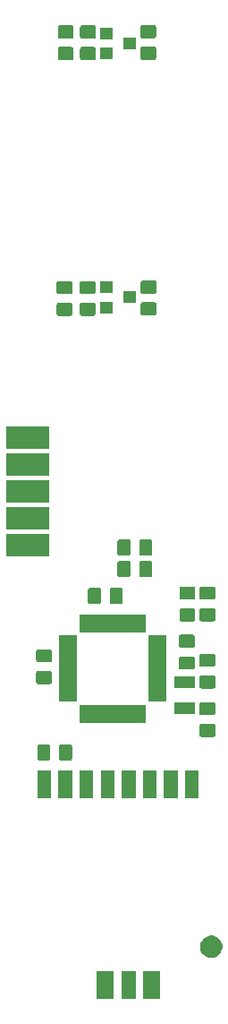
<source format=gbs>
G04 #@! TF.GenerationSoftware,KiCad,Pcbnew,(5.1.5)-3*
G04 #@! TF.CreationDate,2020-04-22T10:12:32+02:00*
G04 #@! TF.ProjectId,RHS_3_Simple,5248535f-335f-4536-996d-706c652e6b69,rev?*
G04 #@! TF.SameCoordinates,Original*
G04 #@! TF.FileFunction,Soldermask,Bot*
G04 #@! TF.FilePolarity,Negative*
%FSLAX46Y46*%
G04 Gerber Fmt 4.6, Leading zero omitted, Abs format (unit mm)*
G04 Created by KiCad (PCBNEW (5.1.5)-3) date 2020-04-22 10:12:32*
%MOMM*%
%LPD*%
G04 APERTURE LIST*
%ADD10C,0.100000*%
G04 APERTURE END LIST*
D10*
G36*
X99601000Y-178313000D02*
G01*
X97999000Y-178313000D01*
X97999000Y-175687000D01*
X99601000Y-175687000D01*
X99601000Y-178313000D01*
G37*
G36*
X101651000Y-178313000D02*
G01*
X100349000Y-178313000D01*
X100349000Y-175687000D01*
X101651000Y-175687000D01*
X101651000Y-178313000D01*
G37*
G36*
X104001000Y-178313000D02*
G01*
X102399000Y-178313000D01*
X102399000Y-175687000D01*
X104001000Y-175687000D01*
X104001000Y-178313000D01*
G37*
G36*
X109145564Y-172344389D02*
G01*
X109336833Y-172423615D01*
X109336835Y-172423616D01*
X109508973Y-172538635D01*
X109655365Y-172685027D01*
X109770385Y-172857167D01*
X109849611Y-173048436D01*
X109890000Y-173251484D01*
X109890000Y-173458516D01*
X109849611Y-173661564D01*
X109770385Y-173852833D01*
X109770384Y-173852835D01*
X109655365Y-174024973D01*
X109508973Y-174171365D01*
X109336835Y-174286384D01*
X109336834Y-174286385D01*
X109336833Y-174286385D01*
X109145564Y-174365611D01*
X108942516Y-174406000D01*
X108735484Y-174406000D01*
X108532436Y-174365611D01*
X108341167Y-174286385D01*
X108341166Y-174286385D01*
X108341165Y-174286384D01*
X108169027Y-174171365D01*
X108022635Y-174024973D01*
X107907616Y-173852835D01*
X107907615Y-173852833D01*
X107828389Y-173661564D01*
X107788000Y-173458516D01*
X107788000Y-173251484D01*
X107828389Y-173048436D01*
X107907615Y-172857167D01*
X108022635Y-172685027D01*
X108169027Y-172538635D01*
X108341165Y-172423616D01*
X108341167Y-172423615D01*
X108532436Y-172344389D01*
X108735484Y-172304000D01*
X108942516Y-172304000D01*
X109145564Y-172344389D01*
G37*
G36*
X99651000Y-159313000D02*
G01*
X98349000Y-159313000D01*
X98349000Y-156687000D01*
X99651000Y-156687000D01*
X99651000Y-159313000D01*
G37*
G36*
X93651000Y-159313000D02*
G01*
X92349000Y-159313000D01*
X92349000Y-156687000D01*
X93651000Y-156687000D01*
X93651000Y-159313000D01*
G37*
G36*
X95651000Y-159313000D02*
G01*
X94349000Y-159313000D01*
X94349000Y-156687000D01*
X95651000Y-156687000D01*
X95651000Y-159313000D01*
G37*
G36*
X97651000Y-159313000D02*
G01*
X96349000Y-159313000D01*
X96349000Y-156687000D01*
X97651000Y-156687000D01*
X97651000Y-159313000D01*
G37*
G36*
X101651000Y-159313000D02*
G01*
X100349000Y-159313000D01*
X100349000Y-156687000D01*
X101651000Y-156687000D01*
X101651000Y-159313000D01*
G37*
G36*
X103651000Y-159313000D02*
G01*
X102349000Y-159313000D01*
X102349000Y-156687000D01*
X103651000Y-156687000D01*
X103651000Y-159313000D01*
G37*
G36*
X105651000Y-159313000D02*
G01*
X104349000Y-159313000D01*
X104349000Y-156687000D01*
X105651000Y-156687000D01*
X105651000Y-159313000D01*
G37*
G36*
X107651000Y-159313000D02*
G01*
X106349000Y-159313000D01*
X106349000Y-156687000D01*
X107651000Y-156687000D01*
X107651000Y-159313000D01*
G37*
G36*
X93438674Y-154253465D02*
G01*
X93476367Y-154264899D01*
X93511103Y-154283466D01*
X93541548Y-154308452D01*
X93566534Y-154338897D01*
X93585101Y-154373633D01*
X93596535Y-154411326D01*
X93601000Y-154456661D01*
X93601000Y-155543339D01*
X93596535Y-155588674D01*
X93585101Y-155626367D01*
X93566534Y-155661103D01*
X93541548Y-155691548D01*
X93511103Y-155716534D01*
X93476367Y-155735101D01*
X93438674Y-155746535D01*
X93393339Y-155751000D01*
X92556661Y-155751000D01*
X92511326Y-155746535D01*
X92473633Y-155735101D01*
X92438897Y-155716534D01*
X92408452Y-155691548D01*
X92383466Y-155661103D01*
X92364899Y-155626367D01*
X92353465Y-155588674D01*
X92349000Y-155543339D01*
X92349000Y-154456661D01*
X92353465Y-154411326D01*
X92364899Y-154373633D01*
X92383466Y-154338897D01*
X92408452Y-154308452D01*
X92438897Y-154283466D01*
X92473633Y-154264899D01*
X92511326Y-154253465D01*
X92556661Y-154249000D01*
X93393339Y-154249000D01*
X93438674Y-154253465D01*
G37*
G36*
X95488674Y-154253465D02*
G01*
X95526367Y-154264899D01*
X95561103Y-154283466D01*
X95591548Y-154308452D01*
X95616534Y-154338897D01*
X95635101Y-154373633D01*
X95646535Y-154411326D01*
X95651000Y-154456661D01*
X95651000Y-155543339D01*
X95646535Y-155588674D01*
X95635101Y-155626367D01*
X95616534Y-155661103D01*
X95591548Y-155691548D01*
X95561103Y-155716534D01*
X95526367Y-155735101D01*
X95488674Y-155746535D01*
X95443339Y-155751000D01*
X94606661Y-155751000D01*
X94561326Y-155746535D01*
X94523633Y-155735101D01*
X94488897Y-155716534D01*
X94458452Y-155691548D01*
X94433466Y-155661103D01*
X94414899Y-155626367D01*
X94403465Y-155588674D01*
X94399000Y-155543339D01*
X94399000Y-154456661D01*
X94403465Y-154411326D01*
X94414899Y-154373633D01*
X94433466Y-154338897D01*
X94458452Y-154308452D01*
X94488897Y-154283466D01*
X94523633Y-154264899D01*
X94561326Y-154253465D01*
X94606661Y-154249000D01*
X95443339Y-154249000D01*
X95488674Y-154253465D01*
G37*
G36*
X109046674Y-152295465D02*
G01*
X109084367Y-152306899D01*
X109119103Y-152325466D01*
X109149548Y-152350452D01*
X109174534Y-152380897D01*
X109193101Y-152415633D01*
X109204535Y-152453326D01*
X109209000Y-152498661D01*
X109209000Y-153335339D01*
X109204535Y-153380674D01*
X109193101Y-153418367D01*
X109174534Y-153453103D01*
X109149548Y-153483548D01*
X109119103Y-153508534D01*
X109084367Y-153527101D01*
X109046674Y-153538535D01*
X109001339Y-153543000D01*
X107914661Y-153543000D01*
X107869326Y-153538535D01*
X107831633Y-153527101D01*
X107796897Y-153508534D01*
X107766452Y-153483548D01*
X107741466Y-153453103D01*
X107722899Y-153418367D01*
X107711465Y-153380674D01*
X107707000Y-153335339D01*
X107707000Y-152498661D01*
X107711465Y-152453326D01*
X107722899Y-152415633D01*
X107741466Y-152380897D01*
X107766452Y-152350452D01*
X107796897Y-152325466D01*
X107831633Y-152306899D01*
X107869326Y-152295465D01*
X107914661Y-152291000D01*
X109001339Y-152291000D01*
X109046674Y-152295465D01*
G37*
G36*
X102626000Y-152191000D02*
G01*
X96374000Y-152191000D01*
X96374000Y-150489000D01*
X102626000Y-150489000D01*
X102626000Y-152191000D01*
G37*
G36*
X109046674Y-150245465D02*
G01*
X109084367Y-150256899D01*
X109119103Y-150275466D01*
X109149548Y-150300452D01*
X109174534Y-150330897D01*
X109193101Y-150365633D01*
X109204535Y-150403326D01*
X109209000Y-150448661D01*
X109209000Y-151285339D01*
X109204535Y-151330674D01*
X109193101Y-151368367D01*
X109174534Y-151403103D01*
X109149548Y-151433548D01*
X109119103Y-151458534D01*
X109084367Y-151477101D01*
X109046674Y-151488535D01*
X109001339Y-151493000D01*
X107914661Y-151493000D01*
X107869326Y-151488535D01*
X107831633Y-151477101D01*
X107796897Y-151458534D01*
X107766452Y-151433548D01*
X107741466Y-151403103D01*
X107722899Y-151368367D01*
X107711465Y-151330674D01*
X107707000Y-151285339D01*
X107707000Y-150448661D01*
X107711465Y-150403326D01*
X107722899Y-150365633D01*
X107741466Y-150330897D01*
X107766452Y-150300452D01*
X107796897Y-150275466D01*
X107831633Y-150256899D01*
X107869326Y-150245465D01*
X107914661Y-150241000D01*
X109001339Y-150241000D01*
X109046674Y-150245465D01*
G37*
G36*
X107250000Y-151407000D02*
G01*
X105348000Y-151407000D01*
X105348000Y-150305000D01*
X107250000Y-150305000D01*
X107250000Y-151407000D01*
G37*
G36*
X96101000Y-150216000D02*
G01*
X94399000Y-150216000D01*
X94399000Y-143964000D01*
X96101000Y-143964000D01*
X96101000Y-150216000D01*
G37*
G36*
X104601000Y-150216000D02*
G01*
X102899000Y-150216000D01*
X102899000Y-143964000D01*
X104601000Y-143964000D01*
X104601000Y-150216000D01*
G37*
G36*
X109046674Y-147723465D02*
G01*
X109084367Y-147734899D01*
X109119103Y-147753466D01*
X109149548Y-147778452D01*
X109174534Y-147808897D01*
X109193101Y-147843633D01*
X109204535Y-147881326D01*
X109209000Y-147926661D01*
X109209000Y-148763339D01*
X109204535Y-148808674D01*
X109193101Y-148846367D01*
X109174534Y-148881103D01*
X109149548Y-148911548D01*
X109119103Y-148936534D01*
X109084367Y-148955101D01*
X109046674Y-148966535D01*
X109001339Y-148971000D01*
X107914661Y-148971000D01*
X107869326Y-148966535D01*
X107831633Y-148955101D01*
X107796897Y-148936534D01*
X107766452Y-148911548D01*
X107741466Y-148881103D01*
X107722899Y-148846367D01*
X107711465Y-148808674D01*
X107707000Y-148763339D01*
X107707000Y-147926661D01*
X107711465Y-147881326D01*
X107722899Y-147843633D01*
X107741466Y-147808897D01*
X107766452Y-147778452D01*
X107796897Y-147753466D01*
X107831633Y-147734899D01*
X107869326Y-147723465D01*
X107914661Y-147719000D01*
X109001339Y-147719000D01*
X109046674Y-147723465D01*
G37*
G36*
X107250000Y-148907000D02*
G01*
X105348000Y-148907000D01*
X105348000Y-147805000D01*
X107250000Y-147805000D01*
X107250000Y-148907000D01*
G37*
G36*
X93588674Y-147293465D02*
G01*
X93626367Y-147304899D01*
X93661103Y-147323466D01*
X93691548Y-147348452D01*
X93716534Y-147378897D01*
X93735101Y-147413633D01*
X93746535Y-147451326D01*
X93751000Y-147496661D01*
X93751000Y-148333339D01*
X93746535Y-148378674D01*
X93735101Y-148416367D01*
X93716534Y-148451103D01*
X93691548Y-148481548D01*
X93661103Y-148506534D01*
X93626367Y-148525101D01*
X93588674Y-148536535D01*
X93543339Y-148541000D01*
X92456661Y-148541000D01*
X92411326Y-148536535D01*
X92373633Y-148525101D01*
X92338897Y-148506534D01*
X92308452Y-148481548D01*
X92283466Y-148451103D01*
X92264899Y-148416367D01*
X92253465Y-148378674D01*
X92249000Y-148333339D01*
X92249000Y-147496661D01*
X92253465Y-147451326D01*
X92264899Y-147413633D01*
X92283466Y-147378897D01*
X92308452Y-147348452D01*
X92338897Y-147323466D01*
X92373633Y-147304899D01*
X92411326Y-147293465D01*
X92456661Y-147289000D01*
X93543339Y-147289000D01*
X93588674Y-147293465D01*
G37*
G36*
X107088674Y-145923465D02*
G01*
X107126367Y-145934899D01*
X107161103Y-145953466D01*
X107191548Y-145978452D01*
X107216534Y-146008897D01*
X107235101Y-146043633D01*
X107246535Y-146081326D01*
X107251000Y-146126661D01*
X107251000Y-146963339D01*
X107246535Y-147008674D01*
X107235101Y-147046367D01*
X107216534Y-147081103D01*
X107191548Y-147111548D01*
X107161103Y-147136534D01*
X107126367Y-147155101D01*
X107088674Y-147166535D01*
X107043339Y-147171000D01*
X105956661Y-147171000D01*
X105911326Y-147166535D01*
X105873633Y-147155101D01*
X105838897Y-147136534D01*
X105808452Y-147111548D01*
X105783466Y-147081103D01*
X105764899Y-147046367D01*
X105753465Y-147008674D01*
X105749000Y-146963339D01*
X105749000Y-146126661D01*
X105753465Y-146081326D01*
X105764899Y-146043633D01*
X105783466Y-146008897D01*
X105808452Y-145978452D01*
X105838897Y-145953466D01*
X105873633Y-145934899D01*
X105911326Y-145923465D01*
X105956661Y-145919000D01*
X107043339Y-145919000D01*
X107088674Y-145923465D01*
G37*
G36*
X109046674Y-145673465D02*
G01*
X109084367Y-145684899D01*
X109119103Y-145703466D01*
X109149548Y-145728452D01*
X109174534Y-145758897D01*
X109193101Y-145793633D01*
X109204535Y-145831326D01*
X109209000Y-145876661D01*
X109209000Y-146713339D01*
X109204535Y-146758674D01*
X109193101Y-146796367D01*
X109174534Y-146831103D01*
X109149548Y-146861548D01*
X109119103Y-146886534D01*
X109084367Y-146905101D01*
X109046674Y-146916535D01*
X109001339Y-146921000D01*
X107914661Y-146921000D01*
X107869326Y-146916535D01*
X107831633Y-146905101D01*
X107796897Y-146886534D01*
X107766452Y-146861548D01*
X107741466Y-146831103D01*
X107722899Y-146796367D01*
X107711465Y-146758674D01*
X107707000Y-146713339D01*
X107707000Y-145876661D01*
X107711465Y-145831326D01*
X107722899Y-145793633D01*
X107741466Y-145758897D01*
X107766452Y-145728452D01*
X107796897Y-145703466D01*
X107831633Y-145684899D01*
X107869326Y-145673465D01*
X107914661Y-145669000D01*
X109001339Y-145669000D01*
X109046674Y-145673465D01*
G37*
G36*
X93588674Y-145243465D02*
G01*
X93626367Y-145254899D01*
X93661103Y-145273466D01*
X93691548Y-145298452D01*
X93716534Y-145328897D01*
X93735101Y-145363633D01*
X93746535Y-145401326D01*
X93751000Y-145446661D01*
X93751000Y-146283339D01*
X93746535Y-146328674D01*
X93735101Y-146366367D01*
X93716534Y-146401103D01*
X93691548Y-146431548D01*
X93661103Y-146456534D01*
X93626367Y-146475101D01*
X93588674Y-146486535D01*
X93543339Y-146491000D01*
X92456661Y-146491000D01*
X92411326Y-146486535D01*
X92373633Y-146475101D01*
X92338897Y-146456534D01*
X92308452Y-146431548D01*
X92283466Y-146401103D01*
X92264899Y-146366367D01*
X92253465Y-146328674D01*
X92249000Y-146283339D01*
X92249000Y-145446661D01*
X92253465Y-145401326D01*
X92264899Y-145363633D01*
X92283466Y-145328897D01*
X92308452Y-145298452D01*
X92338897Y-145273466D01*
X92373633Y-145254899D01*
X92411326Y-145243465D01*
X92456661Y-145239000D01*
X93543339Y-145239000D01*
X93588674Y-145243465D01*
G37*
G36*
X107088674Y-143873465D02*
G01*
X107126367Y-143884899D01*
X107161103Y-143903466D01*
X107191548Y-143928452D01*
X107216534Y-143958897D01*
X107235101Y-143993633D01*
X107246535Y-144031326D01*
X107251000Y-144076661D01*
X107251000Y-144913339D01*
X107246535Y-144958674D01*
X107235101Y-144996367D01*
X107216534Y-145031103D01*
X107191548Y-145061548D01*
X107161103Y-145086534D01*
X107126367Y-145105101D01*
X107088674Y-145116535D01*
X107043339Y-145121000D01*
X105956661Y-145121000D01*
X105911326Y-145116535D01*
X105873633Y-145105101D01*
X105838897Y-145086534D01*
X105808452Y-145061548D01*
X105783466Y-145031103D01*
X105764899Y-144996367D01*
X105753465Y-144958674D01*
X105749000Y-144913339D01*
X105749000Y-144076661D01*
X105753465Y-144031326D01*
X105764899Y-143993633D01*
X105783466Y-143958897D01*
X105808452Y-143928452D01*
X105838897Y-143903466D01*
X105873633Y-143884899D01*
X105911326Y-143873465D01*
X105956661Y-143869000D01*
X107043339Y-143869000D01*
X107088674Y-143873465D01*
G37*
G36*
X102626000Y-143691000D02*
G01*
X96374000Y-143691000D01*
X96374000Y-141989000D01*
X102626000Y-141989000D01*
X102626000Y-143691000D01*
G37*
G36*
X107141674Y-141373465D02*
G01*
X107179367Y-141384899D01*
X107214103Y-141403466D01*
X107244548Y-141428452D01*
X107269534Y-141458897D01*
X107288101Y-141493633D01*
X107299535Y-141531326D01*
X107304000Y-141576661D01*
X107304000Y-142413339D01*
X107299535Y-142458674D01*
X107288101Y-142496367D01*
X107269534Y-142531103D01*
X107244548Y-142561548D01*
X107214103Y-142586534D01*
X107179367Y-142605101D01*
X107141674Y-142616535D01*
X107096339Y-142621000D01*
X106009661Y-142621000D01*
X105964326Y-142616535D01*
X105926633Y-142605101D01*
X105891897Y-142586534D01*
X105861452Y-142561548D01*
X105836466Y-142531103D01*
X105817899Y-142496367D01*
X105806465Y-142458674D01*
X105802000Y-142413339D01*
X105802000Y-141576661D01*
X105806465Y-141531326D01*
X105817899Y-141493633D01*
X105836466Y-141458897D01*
X105861452Y-141428452D01*
X105891897Y-141403466D01*
X105926633Y-141384899D01*
X105964326Y-141373465D01*
X106009661Y-141369000D01*
X107096339Y-141369000D01*
X107141674Y-141373465D01*
G37*
G36*
X109046674Y-141373465D02*
G01*
X109084367Y-141384899D01*
X109119103Y-141403466D01*
X109149548Y-141428452D01*
X109174534Y-141458897D01*
X109193101Y-141493633D01*
X109204535Y-141531326D01*
X109209000Y-141576661D01*
X109209000Y-142413339D01*
X109204535Y-142458674D01*
X109193101Y-142496367D01*
X109174534Y-142531103D01*
X109149548Y-142561548D01*
X109119103Y-142586534D01*
X109084367Y-142605101D01*
X109046674Y-142616535D01*
X109001339Y-142621000D01*
X107914661Y-142621000D01*
X107869326Y-142616535D01*
X107831633Y-142605101D01*
X107796897Y-142586534D01*
X107766452Y-142561548D01*
X107741466Y-142531103D01*
X107722899Y-142496367D01*
X107711465Y-142458674D01*
X107707000Y-142413339D01*
X107707000Y-141576661D01*
X107711465Y-141531326D01*
X107722899Y-141493633D01*
X107741466Y-141458897D01*
X107766452Y-141428452D01*
X107796897Y-141403466D01*
X107831633Y-141384899D01*
X107869326Y-141373465D01*
X107914661Y-141369000D01*
X109001339Y-141369000D01*
X109046674Y-141373465D01*
G37*
G36*
X98244674Y-139461465D02*
G01*
X98282367Y-139472899D01*
X98317103Y-139491466D01*
X98347548Y-139516452D01*
X98372534Y-139546897D01*
X98391101Y-139581633D01*
X98402535Y-139619326D01*
X98407000Y-139664661D01*
X98407000Y-140751339D01*
X98402535Y-140796674D01*
X98391101Y-140834367D01*
X98372534Y-140869103D01*
X98347548Y-140899548D01*
X98317103Y-140924534D01*
X98282367Y-140943101D01*
X98244674Y-140954535D01*
X98199339Y-140959000D01*
X97362661Y-140959000D01*
X97317326Y-140954535D01*
X97279633Y-140943101D01*
X97244897Y-140924534D01*
X97214452Y-140899548D01*
X97189466Y-140869103D01*
X97170899Y-140834367D01*
X97159465Y-140796674D01*
X97155000Y-140751339D01*
X97155000Y-139664661D01*
X97159465Y-139619326D01*
X97170899Y-139581633D01*
X97189466Y-139546897D01*
X97214452Y-139516452D01*
X97244897Y-139491466D01*
X97279633Y-139472899D01*
X97317326Y-139461465D01*
X97362661Y-139457000D01*
X98199339Y-139457000D01*
X98244674Y-139461465D01*
G37*
G36*
X100294674Y-139461465D02*
G01*
X100332367Y-139472899D01*
X100367103Y-139491466D01*
X100397548Y-139516452D01*
X100422534Y-139546897D01*
X100441101Y-139581633D01*
X100452535Y-139619326D01*
X100457000Y-139664661D01*
X100457000Y-140751339D01*
X100452535Y-140796674D01*
X100441101Y-140834367D01*
X100422534Y-140869103D01*
X100397548Y-140899548D01*
X100367103Y-140924534D01*
X100332367Y-140943101D01*
X100294674Y-140954535D01*
X100249339Y-140959000D01*
X99412661Y-140959000D01*
X99367326Y-140954535D01*
X99329633Y-140943101D01*
X99294897Y-140924534D01*
X99264452Y-140899548D01*
X99239466Y-140869103D01*
X99220899Y-140834367D01*
X99209465Y-140796674D01*
X99205000Y-140751339D01*
X99205000Y-139664661D01*
X99209465Y-139619326D01*
X99220899Y-139581633D01*
X99239466Y-139546897D01*
X99264452Y-139516452D01*
X99294897Y-139491466D01*
X99329633Y-139472899D01*
X99367326Y-139461465D01*
X99412661Y-139457000D01*
X100249339Y-139457000D01*
X100294674Y-139461465D01*
G37*
G36*
X107141674Y-139323465D02*
G01*
X107179367Y-139334899D01*
X107214103Y-139353466D01*
X107244548Y-139378452D01*
X107269534Y-139408897D01*
X107288101Y-139443633D01*
X107299535Y-139481326D01*
X107304000Y-139526661D01*
X107304000Y-140363339D01*
X107299535Y-140408674D01*
X107288101Y-140446367D01*
X107269534Y-140481103D01*
X107244548Y-140511548D01*
X107214103Y-140536534D01*
X107179367Y-140555101D01*
X107141674Y-140566535D01*
X107096339Y-140571000D01*
X106009661Y-140571000D01*
X105964326Y-140566535D01*
X105926633Y-140555101D01*
X105891897Y-140536534D01*
X105861452Y-140511548D01*
X105836466Y-140481103D01*
X105817899Y-140446367D01*
X105806465Y-140408674D01*
X105802000Y-140363339D01*
X105802000Y-139526661D01*
X105806465Y-139481326D01*
X105817899Y-139443633D01*
X105836466Y-139408897D01*
X105861452Y-139378452D01*
X105891897Y-139353466D01*
X105926633Y-139334899D01*
X105964326Y-139323465D01*
X106009661Y-139319000D01*
X107096339Y-139319000D01*
X107141674Y-139323465D01*
G37*
G36*
X109046674Y-139323465D02*
G01*
X109084367Y-139334899D01*
X109119103Y-139353466D01*
X109149548Y-139378452D01*
X109174534Y-139408897D01*
X109193101Y-139443633D01*
X109204535Y-139481326D01*
X109209000Y-139526661D01*
X109209000Y-140363339D01*
X109204535Y-140408674D01*
X109193101Y-140446367D01*
X109174534Y-140481103D01*
X109149548Y-140511548D01*
X109119103Y-140536534D01*
X109084367Y-140555101D01*
X109046674Y-140566535D01*
X109001339Y-140571000D01*
X107914661Y-140571000D01*
X107869326Y-140566535D01*
X107831633Y-140555101D01*
X107796897Y-140536534D01*
X107766452Y-140511548D01*
X107741466Y-140481103D01*
X107722899Y-140446367D01*
X107711465Y-140408674D01*
X107707000Y-140363339D01*
X107707000Y-139526661D01*
X107711465Y-139481326D01*
X107722899Y-139443633D01*
X107741466Y-139408897D01*
X107766452Y-139378452D01*
X107796897Y-139353466D01*
X107831633Y-139334899D01*
X107869326Y-139323465D01*
X107914661Y-139319000D01*
X109001339Y-139319000D01*
X109046674Y-139323465D01*
G37*
G36*
X103088674Y-136921465D02*
G01*
X103126367Y-136932899D01*
X103161103Y-136951466D01*
X103191548Y-136976452D01*
X103216534Y-137006897D01*
X103235101Y-137041633D01*
X103246535Y-137079326D01*
X103251000Y-137124661D01*
X103251000Y-138211339D01*
X103246535Y-138256674D01*
X103235101Y-138294367D01*
X103216534Y-138329103D01*
X103191548Y-138359548D01*
X103161103Y-138384534D01*
X103126367Y-138403101D01*
X103088674Y-138414535D01*
X103043339Y-138419000D01*
X102206661Y-138419000D01*
X102161326Y-138414535D01*
X102123633Y-138403101D01*
X102088897Y-138384534D01*
X102058452Y-138359548D01*
X102033466Y-138329103D01*
X102014899Y-138294367D01*
X102003465Y-138256674D01*
X101999000Y-138211339D01*
X101999000Y-137124661D01*
X102003465Y-137079326D01*
X102014899Y-137041633D01*
X102033466Y-137006897D01*
X102058452Y-136976452D01*
X102088897Y-136951466D01*
X102123633Y-136932899D01*
X102161326Y-136921465D01*
X102206661Y-136917000D01*
X103043339Y-136917000D01*
X103088674Y-136921465D01*
G37*
G36*
X101038674Y-136921465D02*
G01*
X101076367Y-136932899D01*
X101111103Y-136951466D01*
X101141548Y-136976452D01*
X101166534Y-137006897D01*
X101185101Y-137041633D01*
X101196535Y-137079326D01*
X101201000Y-137124661D01*
X101201000Y-138211339D01*
X101196535Y-138256674D01*
X101185101Y-138294367D01*
X101166534Y-138329103D01*
X101141548Y-138359548D01*
X101111103Y-138384534D01*
X101076367Y-138403101D01*
X101038674Y-138414535D01*
X100993339Y-138419000D01*
X100156661Y-138419000D01*
X100111326Y-138414535D01*
X100073633Y-138403101D01*
X100038897Y-138384534D01*
X100008452Y-138359548D01*
X99983466Y-138329103D01*
X99964899Y-138294367D01*
X99953465Y-138256674D01*
X99949000Y-138211339D01*
X99949000Y-137124661D01*
X99953465Y-137079326D01*
X99964899Y-137041633D01*
X99983466Y-137006897D01*
X100008452Y-136976452D01*
X100038897Y-136951466D01*
X100073633Y-136932899D01*
X100111326Y-136921465D01*
X100156661Y-136917000D01*
X100993339Y-136917000D01*
X101038674Y-136921465D01*
G37*
G36*
X93491000Y-136433000D02*
G01*
X89389000Y-136433000D01*
X89389000Y-134331000D01*
X93491000Y-134331000D01*
X93491000Y-136433000D01*
G37*
G36*
X103088674Y-134889465D02*
G01*
X103126367Y-134900899D01*
X103161103Y-134919466D01*
X103191548Y-134944452D01*
X103216534Y-134974897D01*
X103235101Y-135009633D01*
X103246535Y-135047326D01*
X103251000Y-135092661D01*
X103251000Y-136179339D01*
X103246535Y-136224674D01*
X103235101Y-136262367D01*
X103216534Y-136297103D01*
X103191548Y-136327548D01*
X103161103Y-136352534D01*
X103126367Y-136371101D01*
X103088674Y-136382535D01*
X103043339Y-136387000D01*
X102206661Y-136387000D01*
X102161326Y-136382535D01*
X102123633Y-136371101D01*
X102088897Y-136352534D01*
X102058452Y-136327548D01*
X102033466Y-136297103D01*
X102014899Y-136262367D01*
X102003465Y-136224674D01*
X101999000Y-136179339D01*
X101999000Y-135092661D01*
X102003465Y-135047326D01*
X102014899Y-135009633D01*
X102033466Y-134974897D01*
X102058452Y-134944452D01*
X102088897Y-134919466D01*
X102123633Y-134900899D01*
X102161326Y-134889465D01*
X102206661Y-134885000D01*
X103043339Y-134885000D01*
X103088674Y-134889465D01*
G37*
G36*
X101038674Y-134889465D02*
G01*
X101076367Y-134900899D01*
X101111103Y-134919466D01*
X101141548Y-134944452D01*
X101166534Y-134974897D01*
X101185101Y-135009633D01*
X101196535Y-135047326D01*
X101201000Y-135092661D01*
X101201000Y-136179339D01*
X101196535Y-136224674D01*
X101185101Y-136262367D01*
X101166534Y-136297103D01*
X101141548Y-136327548D01*
X101111103Y-136352534D01*
X101076367Y-136371101D01*
X101038674Y-136382535D01*
X100993339Y-136387000D01*
X100156661Y-136387000D01*
X100111326Y-136382535D01*
X100073633Y-136371101D01*
X100038897Y-136352534D01*
X100008452Y-136327548D01*
X99983466Y-136297103D01*
X99964899Y-136262367D01*
X99953465Y-136224674D01*
X99949000Y-136179339D01*
X99949000Y-135092661D01*
X99953465Y-135047326D01*
X99964899Y-135009633D01*
X99983466Y-134974897D01*
X100008452Y-134944452D01*
X100038897Y-134919466D01*
X100073633Y-134900899D01*
X100111326Y-134889465D01*
X100156661Y-134885000D01*
X100993339Y-134885000D01*
X101038674Y-134889465D01*
G37*
G36*
X93491000Y-133893000D02*
G01*
X89389000Y-133893000D01*
X89389000Y-131791000D01*
X93491000Y-131791000D01*
X93491000Y-133893000D01*
G37*
G36*
X93491000Y-131353000D02*
G01*
X89389000Y-131353000D01*
X89389000Y-129251000D01*
X93491000Y-129251000D01*
X93491000Y-131353000D01*
G37*
G36*
X93491000Y-128813000D02*
G01*
X89389000Y-128813000D01*
X89389000Y-126711000D01*
X93491000Y-126711000D01*
X93491000Y-128813000D01*
G37*
G36*
X93491000Y-126273000D02*
G01*
X89389000Y-126273000D01*
X89389000Y-124171000D01*
X93491000Y-124171000D01*
X93491000Y-126273000D01*
G37*
G36*
X97708674Y-112493465D02*
G01*
X97746367Y-112504899D01*
X97781103Y-112523466D01*
X97811548Y-112548452D01*
X97836534Y-112578897D01*
X97855101Y-112613633D01*
X97866535Y-112651326D01*
X97871000Y-112696661D01*
X97871000Y-113533339D01*
X97866535Y-113578674D01*
X97855101Y-113616367D01*
X97836534Y-113651103D01*
X97811548Y-113681548D01*
X97781103Y-113706534D01*
X97746367Y-113725101D01*
X97708674Y-113736535D01*
X97663339Y-113741000D01*
X96576661Y-113741000D01*
X96531326Y-113736535D01*
X96493633Y-113725101D01*
X96458897Y-113706534D01*
X96428452Y-113681548D01*
X96403466Y-113651103D01*
X96384899Y-113616367D01*
X96373465Y-113578674D01*
X96369000Y-113533339D01*
X96369000Y-112696661D01*
X96373465Y-112651326D01*
X96384899Y-112613633D01*
X96403466Y-112578897D01*
X96428452Y-112548452D01*
X96458897Y-112523466D01*
X96493633Y-112504899D01*
X96531326Y-112493465D01*
X96576661Y-112489000D01*
X97663339Y-112489000D01*
X97708674Y-112493465D01*
G37*
G36*
X95528674Y-112493465D02*
G01*
X95566367Y-112504899D01*
X95601103Y-112523466D01*
X95631548Y-112548452D01*
X95656534Y-112578897D01*
X95675101Y-112613633D01*
X95686535Y-112651326D01*
X95691000Y-112696661D01*
X95691000Y-113533339D01*
X95686535Y-113578674D01*
X95675101Y-113616367D01*
X95656534Y-113651103D01*
X95631548Y-113681548D01*
X95601103Y-113706534D01*
X95566367Y-113725101D01*
X95528674Y-113736535D01*
X95483339Y-113741000D01*
X94396661Y-113741000D01*
X94351326Y-113736535D01*
X94313633Y-113725101D01*
X94278897Y-113706534D01*
X94248452Y-113681548D01*
X94223466Y-113651103D01*
X94204899Y-113616367D01*
X94193465Y-113578674D01*
X94189000Y-113533339D01*
X94189000Y-112696661D01*
X94193465Y-112651326D01*
X94204899Y-112613633D01*
X94223466Y-112578897D01*
X94248452Y-112548452D01*
X94278897Y-112523466D01*
X94313633Y-112504899D01*
X94351326Y-112493465D01*
X94396661Y-112489000D01*
X95483339Y-112489000D01*
X95528674Y-112493465D01*
G37*
G36*
X103478674Y-112463465D02*
G01*
X103516367Y-112474899D01*
X103551103Y-112493466D01*
X103581548Y-112518452D01*
X103606534Y-112548897D01*
X103625101Y-112583633D01*
X103636535Y-112621326D01*
X103641000Y-112666661D01*
X103641000Y-113503339D01*
X103636535Y-113548674D01*
X103625101Y-113586367D01*
X103606534Y-113621103D01*
X103581548Y-113651548D01*
X103551103Y-113676534D01*
X103516367Y-113695101D01*
X103478674Y-113706535D01*
X103433339Y-113711000D01*
X102346661Y-113711000D01*
X102301326Y-113706535D01*
X102263633Y-113695101D01*
X102228897Y-113676534D01*
X102198452Y-113651548D01*
X102173466Y-113621103D01*
X102154899Y-113586367D01*
X102143465Y-113548674D01*
X102139000Y-113503339D01*
X102139000Y-112666661D01*
X102143465Y-112621326D01*
X102154899Y-112583633D01*
X102173466Y-112548897D01*
X102198452Y-112518452D01*
X102228897Y-112493466D01*
X102263633Y-112474899D01*
X102301326Y-112463465D01*
X102346661Y-112459000D01*
X103433339Y-112459000D01*
X103478674Y-112463465D01*
G37*
G36*
X99501000Y-113501000D02*
G01*
X98299000Y-113501000D01*
X98299000Y-112399000D01*
X99501000Y-112399000D01*
X99501000Y-113501000D01*
G37*
G36*
X101701000Y-112551000D02*
G01*
X100499000Y-112551000D01*
X100499000Y-111449000D01*
X101701000Y-111449000D01*
X101701000Y-112551000D01*
G37*
G36*
X95528674Y-110443465D02*
G01*
X95566367Y-110454899D01*
X95601103Y-110473466D01*
X95631548Y-110498452D01*
X95656534Y-110528897D01*
X95675101Y-110563633D01*
X95686535Y-110601326D01*
X95691000Y-110646661D01*
X95691000Y-111483339D01*
X95686535Y-111528674D01*
X95675101Y-111566367D01*
X95656534Y-111601103D01*
X95631548Y-111631548D01*
X95601103Y-111656534D01*
X95566367Y-111675101D01*
X95528674Y-111686535D01*
X95483339Y-111691000D01*
X94396661Y-111691000D01*
X94351326Y-111686535D01*
X94313633Y-111675101D01*
X94278897Y-111656534D01*
X94248452Y-111631548D01*
X94223466Y-111601103D01*
X94204899Y-111566367D01*
X94193465Y-111528674D01*
X94189000Y-111483339D01*
X94189000Y-110646661D01*
X94193465Y-110601326D01*
X94204899Y-110563633D01*
X94223466Y-110528897D01*
X94248452Y-110498452D01*
X94278897Y-110473466D01*
X94313633Y-110454899D01*
X94351326Y-110443465D01*
X94396661Y-110439000D01*
X95483339Y-110439000D01*
X95528674Y-110443465D01*
G37*
G36*
X97708674Y-110443465D02*
G01*
X97746367Y-110454899D01*
X97781103Y-110473466D01*
X97811548Y-110498452D01*
X97836534Y-110528897D01*
X97855101Y-110563633D01*
X97866535Y-110601326D01*
X97871000Y-110646661D01*
X97871000Y-111483339D01*
X97866535Y-111528674D01*
X97855101Y-111566367D01*
X97836534Y-111601103D01*
X97811548Y-111631548D01*
X97781103Y-111656534D01*
X97746367Y-111675101D01*
X97708674Y-111686535D01*
X97663339Y-111691000D01*
X96576661Y-111691000D01*
X96531326Y-111686535D01*
X96493633Y-111675101D01*
X96458897Y-111656534D01*
X96428452Y-111631548D01*
X96403466Y-111601103D01*
X96384899Y-111566367D01*
X96373465Y-111528674D01*
X96369000Y-111483339D01*
X96369000Y-110646661D01*
X96373465Y-110601326D01*
X96384899Y-110563633D01*
X96403466Y-110528897D01*
X96428452Y-110498452D01*
X96458897Y-110473466D01*
X96493633Y-110454899D01*
X96531326Y-110443465D01*
X96576661Y-110439000D01*
X97663339Y-110439000D01*
X97708674Y-110443465D01*
G37*
G36*
X103478674Y-110413465D02*
G01*
X103516367Y-110424899D01*
X103551103Y-110443466D01*
X103581548Y-110468452D01*
X103606534Y-110498897D01*
X103625101Y-110533633D01*
X103636535Y-110571326D01*
X103641000Y-110616661D01*
X103641000Y-111453339D01*
X103636535Y-111498674D01*
X103625101Y-111536367D01*
X103606534Y-111571103D01*
X103581548Y-111601548D01*
X103551103Y-111626534D01*
X103516367Y-111645101D01*
X103478674Y-111656535D01*
X103433339Y-111661000D01*
X102346661Y-111661000D01*
X102301326Y-111656535D01*
X102263633Y-111645101D01*
X102228897Y-111626534D01*
X102198452Y-111601548D01*
X102173466Y-111571103D01*
X102154899Y-111536367D01*
X102143465Y-111498674D01*
X102139000Y-111453339D01*
X102139000Y-110616661D01*
X102143465Y-110571326D01*
X102154899Y-110533633D01*
X102173466Y-110498897D01*
X102198452Y-110468452D01*
X102228897Y-110443466D01*
X102263633Y-110424899D01*
X102301326Y-110413465D01*
X102346661Y-110409000D01*
X103433339Y-110409000D01*
X103478674Y-110413465D01*
G37*
G36*
X99501000Y-111601000D02*
G01*
X98299000Y-111601000D01*
X98299000Y-110499000D01*
X99501000Y-110499000D01*
X99501000Y-111601000D01*
G37*
G36*
X95628674Y-88333465D02*
G01*
X95666367Y-88344899D01*
X95701103Y-88363466D01*
X95731548Y-88388452D01*
X95756534Y-88418897D01*
X95775101Y-88453633D01*
X95786535Y-88491326D01*
X95791000Y-88536661D01*
X95791000Y-89373339D01*
X95786535Y-89418674D01*
X95775101Y-89456367D01*
X95756534Y-89491103D01*
X95731548Y-89521548D01*
X95701103Y-89546534D01*
X95666367Y-89565101D01*
X95628674Y-89576535D01*
X95583339Y-89581000D01*
X94496661Y-89581000D01*
X94451326Y-89576535D01*
X94413633Y-89565101D01*
X94378897Y-89546534D01*
X94348452Y-89521548D01*
X94323466Y-89491103D01*
X94304899Y-89456367D01*
X94293465Y-89418674D01*
X94289000Y-89373339D01*
X94289000Y-88536661D01*
X94293465Y-88491326D01*
X94304899Y-88453633D01*
X94323466Y-88418897D01*
X94348452Y-88388452D01*
X94378897Y-88363466D01*
X94413633Y-88344899D01*
X94451326Y-88333465D01*
X94496661Y-88329000D01*
X95583339Y-88329000D01*
X95628674Y-88333465D01*
G37*
G36*
X97738674Y-88333465D02*
G01*
X97776367Y-88344899D01*
X97811103Y-88363466D01*
X97841548Y-88388452D01*
X97866534Y-88418897D01*
X97885101Y-88453633D01*
X97896535Y-88491326D01*
X97901000Y-88536661D01*
X97901000Y-89373339D01*
X97896535Y-89418674D01*
X97885101Y-89456367D01*
X97866534Y-89491103D01*
X97841548Y-89521548D01*
X97811103Y-89546534D01*
X97776367Y-89565101D01*
X97738674Y-89576535D01*
X97693339Y-89581000D01*
X96606661Y-89581000D01*
X96561326Y-89576535D01*
X96523633Y-89565101D01*
X96488897Y-89546534D01*
X96458452Y-89521548D01*
X96433466Y-89491103D01*
X96414899Y-89456367D01*
X96403465Y-89418674D01*
X96399000Y-89373339D01*
X96399000Y-88536661D01*
X96403465Y-88491326D01*
X96414899Y-88453633D01*
X96433466Y-88418897D01*
X96458452Y-88388452D01*
X96488897Y-88363466D01*
X96523633Y-88344899D01*
X96561326Y-88333465D01*
X96606661Y-88329000D01*
X97693339Y-88329000D01*
X97738674Y-88333465D01*
G37*
G36*
X103448674Y-88303465D02*
G01*
X103486367Y-88314899D01*
X103521103Y-88333466D01*
X103551548Y-88358452D01*
X103576534Y-88388897D01*
X103595101Y-88423633D01*
X103606535Y-88461326D01*
X103611000Y-88506661D01*
X103611000Y-89343339D01*
X103606535Y-89388674D01*
X103595101Y-89426367D01*
X103576534Y-89461103D01*
X103551548Y-89491548D01*
X103521103Y-89516534D01*
X103486367Y-89535101D01*
X103448674Y-89546535D01*
X103403339Y-89551000D01*
X102316661Y-89551000D01*
X102271326Y-89546535D01*
X102233633Y-89535101D01*
X102198897Y-89516534D01*
X102168452Y-89491548D01*
X102143466Y-89461103D01*
X102124899Y-89426367D01*
X102113465Y-89388674D01*
X102109000Y-89343339D01*
X102109000Y-88506661D01*
X102113465Y-88461326D01*
X102124899Y-88423633D01*
X102143466Y-88388897D01*
X102168452Y-88358452D01*
X102198897Y-88333466D01*
X102233633Y-88314899D01*
X102271326Y-88303465D01*
X102316661Y-88299000D01*
X103403339Y-88299000D01*
X103448674Y-88303465D01*
G37*
G36*
X99501000Y-89501000D02*
G01*
X98299000Y-89501000D01*
X98299000Y-88399000D01*
X99501000Y-88399000D01*
X99501000Y-89501000D01*
G37*
G36*
X101701000Y-88551000D02*
G01*
X100499000Y-88551000D01*
X100499000Y-87449000D01*
X101701000Y-87449000D01*
X101701000Y-88551000D01*
G37*
G36*
X99501000Y-87601000D02*
G01*
X98299000Y-87601000D01*
X98299000Y-86499000D01*
X99501000Y-86499000D01*
X99501000Y-87601000D01*
G37*
G36*
X95628674Y-86283465D02*
G01*
X95666367Y-86294899D01*
X95701103Y-86313466D01*
X95731548Y-86338452D01*
X95756534Y-86368897D01*
X95775101Y-86403633D01*
X95786535Y-86441326D01*
X95791000Y-86486661D01*
X95791000Y-87323339D01*
X95786535Y-87368674D01*
X95775101Y-87406367D01*
X95756534Y-87441103D01*
X95731548Y-87471548D01*
X95701103Y-87496534D01*
X95666367Y-87515101D01*
X95628674Y-87526535D01*
X95583339Y-87531000D01*
X94496661Y-87531000D01*
X94451326Y-87526535D01*
X94413633Y-87515101D01*
X94378897Y-87496534D01*
X94348452Y-87471548D01*
X94323466Y-87441103D01*
X94304899Y-87406367D01*
X94293465Y-87368674D01*
X94289000Y-87323339D01*
X94289000Y-86486661D01*
X94293465Y-86441326D01*
X94304899Y-86403633D01*
X94323466Y-86368897D01*
X94348452Y-86338452D01*
X94378897Y-86313466D01*
X94413633Y-86294899D01*
X94451326Y-86283465D01*
X94496661Y-86279000D01*
X95583339Y-86279000D01*
X95628674Y-86283465D01*
G37*
G36*
X97738674Y-86283465D02*
G01*
X97776367Y-86294899D01*
X97811103Y-86313466D01*
X97841548Y-86338452D01*
X97866534Y-86368897D01*
X97885101Y-86403633D01*
X97896535Y-86441326D01*
X97901000Y-86486661D01*
X97901000Y-87323339D01*
X97896535Y-87368674D01*
X97885101Y-87406367D01*
X97866534Y-87441103D01*
X97841548Y-87471548D01*
X97811103Y-87496534D01*
X97776367Y-87515101D01*
X97738674Y-87526535D01*
X97693339Y-87531000D01*
X96606661Y-87531000D01*
X96561326Y-87526535D01*
X96523633Y-87515101D01*
X96488897Y-87496534D01*
X96458452Y-87471548D01*
X96433466Y-87441103D01*
X96414899Y-87406367D01*
X96403465Y-87368674D01*
X96399000Y-87323339D01*
X96399000Y-86486661D01*
X96403465Y-86441326D01*
X96414899Y-86403633D01*
X96433466Y-86368897D01*
X96458452Y-86338452D01*
X96488897Y-86313466D01*
X96523633Y-86294899D01*
X96561326Y-86283465D01*
X96606661Y-86279000D01*
X97693339Y-86279000D01*
X97738674Y-86283465D01*
G37*
G36*
X103448674Y-86253465D02*
G01*
X103486367Y-86264899D01*
X103521103Y-86283466D01*
X103551548Y-86308452D01*
X103576534Y-86338897D01*
X103595101Y-86373633D01*
X103606535Y-86411326D01*
X103611000Y-86456661D01*
X103611000Y-87293339D01*
X103606535Y-87338674D01*
X103595101Y-87376367D01*
X103576534Y-87411103D01*
X103551548Y-87441548D01*
X103521103Y-87466534D01*
X103486367Y-87485101D01*
X103448674Y-87496535D01*
X103403339Y-87501000D01*
X102316661Y-87501000D01*
X102271326Y-87496535D01*
X102233633Y-87485101D01*
X102198897Y-87466534D01*
X102168452Y-87441548D01*
X102143466Y-87411103D01*
X102124899Y-87376367D01*
X102113465Y-87338674D01*
X102109000Y-87293339D01*
X102109000Y-86456661D01*
X102113465Y-86411326D01*
X102124899Y-86373633D01*
X102143466Y-86338897D01*
X102168452Y-86308452D01*
X102198897Y-86283466D01*
X102233633Y-86264899D01*
X102271326Y-86253465D01*
X102316661Y-86249000D01*
X103403339Y-86249000D01*
X103448674Y-86253465D01*
G37*
M02*

</source>
